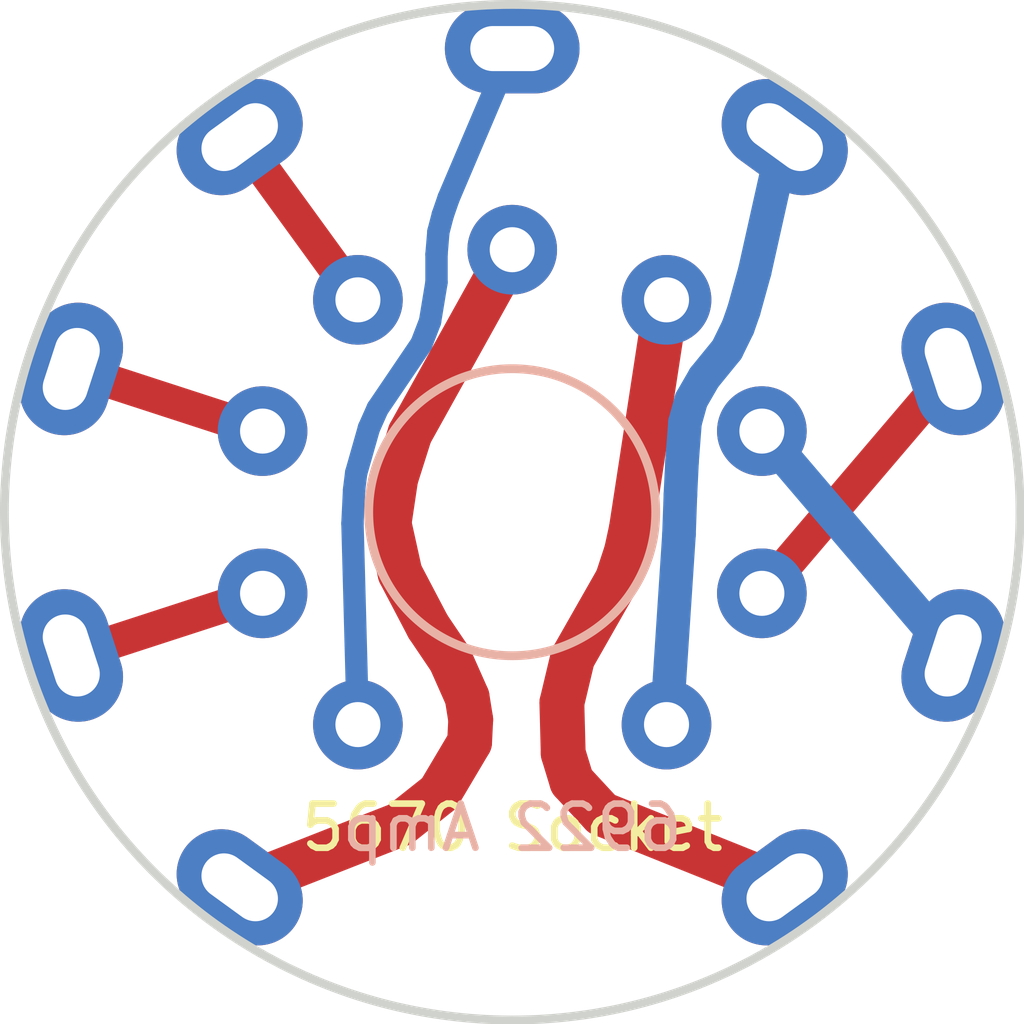
<source format=kicad_pcb>
(kicad_pcb (version 20171130) (host pcbnew "(5.0.2)-1")

  (general
    (thickness 1.6)
    (drawings 4)
    (tracks 50)
    (zones 0)
    (modules 2)
    (nets 10)
  )

  (page A4)
  (layers
    (0 F.Cu signal)
    (31 B.Cu signal)
    (32 B.Adhes user)
    (33 F.Adhes user)
    (34 B.Paste user)
    (35 F.Paste user)
    (36 B.SilkS user)
    (37 F.SilkS user)
    (38 B.Mask user)
    (39 F.Mask user)
    (40 Dwgs.User user)
    (41 Cmts.User user)
    (42 Eco1.User user)
    (43 Eco2.User user)
    (44 Edge.Cuts user)
    (45 Margin user)
    (46 B.CrtYd user)
    (47 F.CrtYd user)
    (48 B.Fab user)
    (49 F.Fab user)
  )

  (setup
    (last_trace_width 0.508)
    (trace_clearance 0.254)
    (zone_clearance 0.508)
    (zone_45_only no)
    (trace_min 0.2)
    (segment_width 0.2)
    (edge_width 0.15)
    (via_size 0.8)
    (via_drill 0.4)
    (via_min_size 0.4)
    (via_min_drill 0.3)
    (uvia_size 0.3)
    (uvia_drill 0.1)
    (uvias_allowed no)
    (uvia_min_size 0.2)
    (uvia_min_drill 0.1)
    (pcb_text_width 0.3)
    (pcb_text_size 1.5 1.5)
    (mod_edge_width 0.15)
    (mod_text_size 1 1)
    (mod_text_width 0.15)
    (pad_size 1.524 1.524)
    (pad_drill 0.762)
    (pad_to_mask_clearance 0.051)
    (solder_mask_min_width 0.25)
    (aux_axis_origin 0 0)
    (visible_elements FFFFFF7F)
    (pcbplotparams
      (layerselection 0x010f0_ffffffff)
      (usegerberextensions true)
      (usegerberattributes false)
      (usegerberadvancedattributes false)
      (creategerberjobfile false)
      (excludeedgelayer true)
      (linewidth 0.100000)
      (plotframeref false)
      (viasonmask false)
      (mode 1)
      (useauxorigin false)
      (hpglpennumber 1)
      (hpglpenspeed 20)
      (hpglpendiameter 15.000000)
      (psnegative false)
      (psa4output false)
      (plotreference true)
      (plotvalue true)
      (plotinvisibletext false)
      (padsonsilk false)
      (subtractmaskfromsilk true)
      (outputformat 1)
      (mirror false)
      (drillshape 0)
      (scaleselection 1)
      (outputdirectory "Gerber"))
  )

  (net 0 "")
  (net 1 Heater2)
  (net 2 Cathode1)
  (net 3 Grid1)
  (net 4 Plate1)
  (net 5 Shield)
  (net 6 Plate2)
  (net 7 Grid2)
  (net 8 Cathode2)
  (net 9 Heater1)

  (net_class Default "This is the default net class."
    (clearance 0.254)
    (trace_width 0.508)
    (via_dia 0.8)
    (via_drill 0.4)
    (uvia_dia 0.3)
    (uvia_drill 0.1)
    (add_net Cathode1)
    (add_net Cathode2)
    (add_net Grid1)
    (add_net Grid2)
    (add_net Heater1)
    (add_net Heater2)
    (add_net Plate1)
    (add_net Plate2)
    (add_net Shield)
  )

  (module locallib:VALVE-ECC-83-2 (layer F.Cu) (tedit 5CA41877) (tstamp 5CA4196F)
    (at 95.25 79.375)
    (descr "Valve ECC-83-2 flat pins")
    (tags "Valve ECC-83-2 flat pins")
    (path /5CA40FE1)
    (fp_text reference J1 (at 0 -8.128) (layer Dwgs.User)
      (effects (font (size 1 1) (thickness 0.15)))
    )
    (fp_text value 5670-Socket (at 0 6) (layer F.Fab)
      (effects (font (size 1 1) (thickness 0.15)))
    )
    (fp_circle (center 0 0) (end 3.5 0) (layer Dwgs.User) (width 0.15))
    (fp_circle (center 0 0) (end 10.5 0) (layer Dwgs.User) (width 0.15))
    (fp_text user %R (at 0 -7) (layer F.Fab)
      (effects (font (size 1 1) (thickness 0.15)))
    )
    (pad 1 thru_hole oval (at 6.171745 8.494678 306) (size 2.03 3.05) (drill oval 1.02 1.9) (layers *.Cu *.Mask)
      (net 9 Heater1))
    (pad 2 thru_hole oval (at 9.986093 3.244678 342) (size 2.03 3.05) (drill oval 1.02 1.9) (layers *.Cu *.Mask)
      (net 8 Cathode2))
    (pad 3 thru_hole oval (at 9.986093 -3.244678 18) (size 2.03 3.05) (drill oval 1.02 1.9) (layers *.Cu *.Mask)
      (net 7 Grid2))
    (pad 4 thru_hole oval (at 6.171745 -8.494678 54) (size 2.03 3.05) (drill oval 1.02 1.9) (layers *.Cu *.Mask)
      (net 6 Plate2))
    (pad 5 thru_hole oval (at 0 -10.5 90) (size 2.03 3.05) (drill oval 1.02 1.9) (layers *.Cu *.Mask)
      (net 5 Shield))
    (pad 6 thru_hole oval (at -6.171745 -8.494678 306) (size 2.03 3.05) (drill oval 1.02 1.9) (layers *.Cu *.Mask)
      (net 4 Plate1))
    (pad 7 thru_hole oval (at -9.986093 -3.244678 342) (size 2.03 3.05) (drill oval 1.02 1.9) (layers *.Cu *.Mask)
      (net 3 Grid1))
    (pad 8 thru_hole oval (at -9.986093 3.244678 18) (size 2.03 3.05) (drill oval 1.02 1.9) (layers *.Cu *.Mask)
      (net 2 Cathode1))
    (pad 9 thru_hole oval (at -6.171745 8.494678 54) (size 2.03 3.05) (drill oval 1.02 1.9) (layers *.Cu *.Mask)
      (net 1 Heater2))
    (pad "" np_thru_hole circle (at 0 0) (size 3.5 3.5) (drill 3.5) (layers *.Cu *.Mask))
    (model ${KISYS3DMOD}/Valves.3dshapes/VALVE-ECC-83-2.wrl
      (offset (xyz -3.555999946594238 4.825999927520752 0))
      (scale (xyz 1 1 1))
      (rotate (xyz 0 0 0))
    )
  )

  (module locallib:VALVE-ECC-83-1 (layer F.Cu) (tedit 5CA41874) (tstamp 5CA4197E)
    (at 95.25 79.375)
    (descr "Valve ECC-83-1 round pins")
    (tags "Valve ECC-83-1 round pins")
    (path /5CA4102E)
    (fp_text reference J2 (at 0 6) (layer Dwgs.User)
      (effects (font (size 1 1) (thickness 0.15)))
    )
    (fp_text value 6922-Pins (at 0 8) (layer F.Fab)
      (effects (font (size 1 1) (thickness 0.15)))
    )
    (fp_text user %R (at 0 6) (layer F.Fab)
      (effects (font (size 1 1) (thickness 0.15)))
    )
    (fp_circle (center 0 0) (end 5.945 0) (layer Dwgs.User) (width 0.15))
    (pad 9 thru_hole circle (at -3.494383 4.809606) (size 2.03 2.03) (drill 1.02) (layers *.Cu *.Mask)
      (net 5 Shield))
    (pad 8 thru_hole circle (at -5.654031 1.837106) (size 2.03 2.03) (drill 1.02) (layers *.Cu *.Mask)
      (net 2 Cathode1))
    (pad 7 thru_hole circle (at -5.654031 -1.837106) (size 2.03 2.03) (drill 1.02) (layers *.Cu *.Mask)
      (net 3 Grid1))
    (pad 6 thru_hole circle (at -3.494383 -4.809606) (size 2.03 2.03) (drill 1.02) (layers *.Cu *.Mask)
      (net 4 Plate1))
    (pad 5 thru_hole circle (at 0 -5.945) (size 2.03 2.03) (drill 1.02) (layers *.Cu *.Mask)
      (net 1 Heater2))
    (pad 4 thru_hole circle (at 3.494383 -4.809606) (size 2.03 2.03) (drill 1.02) (layers *.Cu *.Mask)
      (net 9 Heater1))
    (pad 3 thru_hole circle (at 5.654031 -1.837106) (size 2.03 2.03) (drill 1.02) (layers *.Cu *.Mask)
      (net 8 Cathode2))
    (pad 2 thru_hole circle (at 5.654031 1.837106) (size 2.03 2.03) (drill 1.02) (layers *.Cu *.Mask)
      (net 7 Grid2))
    (pad 1 thru_hole circle (at 3.494383 4.809606) (size 2.03 2.03) (drill 1.02) (layers *.Cu *.Mask)
      (net 6 Plate2))
    (model ${KISYS3DMOD}/Valves.3dshapes/VALVE-ECC-83-1.wrl
      (offset (xyz -3.555999946594238 4.825999927520752 0))
      (scale (xyz 1 1 1))
      (rotate (xyz 0 0 0))
    )
  )

  (gr_text "6922 Amp" (at 95.25 86.51875) (layer B.SilkS)
    (effects (font (size 1 1) (thickness 0.15)) (justify mirror))
  )
  (gr_text "5670 Socket" (at 95.25 86.51875) (layer F.SilkS)
    (effects (font (size 1 1) (thickness 0.15)))
  )
  (gr_circle (center 95.25 79.375) (end 98.5 79.375) (layer B.SilkS) (width 0.2))
  (gr_circle (center 95.25 79.375) (end 106.75 79.375) (layer Edge.Cuts) (width 0.2))

  (segment (start 92.933994 77.597) (end 95.25 73.43) (width 1.016) (layer F.Cu) (net 1))
  (segment (start 92.460355 79.629) (end 92.71 80.756592) (width 1.016) (layer F.Cu) (net 1))
  (segment (start 93.599 85.7377) (end 94.2848 84.582) (width 1.016) (layer F.Cu) (net 1))
  (segment (start 93.599 85.7377) (end 92.71 86.444047) (width 1.016) (layer F.Cu) (net 1))
  (segment (start 89.078255 87.869678) (end 92.71 86.444047) (width 1.016) (layer F.Cu) (net 1))
  (segment (start 92.71 80.756592) (end 93.345 81.966085) (width 1.016) (layer F.Cu) (net 1))
  (segment (start 92.460355 79.629) (end 92.612172 78.613) (width 1.016) (layer F.Cu) (net 1))
  (segment (start 92.933994 77.597) (end 92.612172 78.613) (width 1.016) (layer F.Cu) (net 1))
  (segment (start 94.3102 84.074) (end 94.2848 84.582) (width 1.016) (layer F.Cu) (net 1))
  (segment (start 93.853 82.718583) (end 94.228869 83.566) (width 1.016) (layer F.Cu) (net 1))
  (segment (start 94.228869 83.566) (end 94.3102 84.074) (width 1.016) (layer F.Cu) (net 1))
  (segment (start 93.345 81.966085) (end 93.853 82.718583) (width 1.016) (layer F.Cu) (net 1))
  (segment (start 89.595969 81.212106) (end 85.263907 82.619678) (width 0.762) (layer F.Cu) (net 2))
  (segment (start 89.595969 77.537894) (end 85.263907 76.130322) (width 0.762) (layer F.Cu) (net 3))
  (segment (start 91.755617 74.565394) (end 89.078255 70.880322) (width 0.762) (layer F.Cu) (net 4))
  (segment (start 91.716173 78.486) (end 92.00501 77.47) (width 0.508) (layer B.Cu) (net 5))
  (segment (start 92.00501 77.47) (end 92.202 77.027313) (width 0.508) (layer B.Cu) (net 5))
  (segment (start 92.202 77.027313) (end 93.192709 75.565) (width 0.508) (layer B.Cu) (net 5))
  (segment (start 93.5355 74.168) (end 93.38859 75.057) (width 0.508) (layer B.Cu) (net 5))
  (segment (start 93.38859 75.057) (end 93.192709 75.565) (width 0.508) (layer B.Cu) (net 5))
  (segment (start 93.577991 73.025) (end 93.5355 73.533) (width 0.508) (layer B.Cu) (net 5))
  (segment (start 93.5355 74.168) (end 93.5355 73.533) (width 0.508) (layer B.Cu) (net 5))
  (segment (start 91.669086 78.867) (end 91.632312 79.629) (width 0.508) (layer B.Cu) (net 5))
  (segment (start 91.755617 84.184606) (end 91.632312 79.629) (width 0.508) (layer B.Cu) (net 5))
  (segment (start 91.669086 78.867) (end 91.716173 78.486) (width 0.508) (layer B.Cu) (net 5))
  (segment (start 93.577991 73.025) (end 93.677243 72.644) (width 0.508) (layer B.Cu) (net 5))
  (segment (start 93.808459 72.263) (end 95.25 68.875) (width 0.508) (layer B.Cu) (net 5))
  (segment (start 93.677243 72.644) (end 93.808459 72.263) (width 0.508) (layer B.Cu) (net 5))
  (segment (start 98.744383 84.184606) (end 99.026664 79.883) (width 0.762) (layer B.Cu) (net 6))
  (segment (start 100.114841 75.692) (end 99.597494 76.327) (width 0.762) (layer B.Cu) (net 6))
  (segment (start 99.597494 76.327) (end 99.30435 76.835) (width 0.762) (layer B.Cu) (net 6))
  (segment (start 99.30435 76.835) (end 99.16286 77.343) (width 0.762) (layer B.Cu) (net 6))
  (segment (start 99.095347 78.232) (end 99.16286 77.343) (width 0.762) (layer B.Cu) (net 6))
  (segment (start 99.058741 78.994) (end 99.026664 79.883) (width 0.762) (layer B.Cu) (net 6))
  (segment (start 99.095347 78.232) (end 99.058741 78.994) (width 0.762) (layer B.Cu) (net 6))
  (segment (start 100.114841 75.692) (end 100.3633 75.184) (width 0.762) (layer B.Cu) (net 6))
  (segment (start 100.3633 75.184) (end 100.496473 74.803) (width 0.762) (layer B.Cu) (net 6))
  (segment (start 100.742793 73.914) (end 101.421745 70.880322) (width 0.762) (layer B.Cu) (net 6))
  (segment (start 100.496473 74.803) (end 100.742793 73.914) (width 0.762) (layer B.Cu) (net 6))
  (segment (start 100.904031 81.212106) (end 105.236093 76.130322) (width 0.762) (layer F.Cu) (net 7))
  (segment (start 105.236093 82.619678) (end 100.904031 77.537894) (width 0.762) (layer B.Cu) (net 8))
  (segment (start 98.744383 74.565394) (end 97.947029 79.756) (width 1.016) (layer F.Cu) (net 9))
  (segment (start 97.282 86.208694) (end 101.421745 87.869678) (width 1.016) (layer F.Cu) (net 9))
  (segment (start 97.282 86.208694) (end 96.598853 85.471) (width 1.016) (layer F.Cu) (net 9))
  (segment (start 97.947029 79.756) (end 97.837036 80.264) (width 1.016) (layer F.Cu) (net 9))
  (segment (start 97.628616 80.899) (end 97.837036 80.264) (width 1.016) (layer F.Cu) (net 9))
  (segment (start 96.405115 84.836) (end 96.598853 85.471) (width 1.016) (layer F.Cu) (net 9))
  (segment (start 96.374419 83.693) (end 96.405115 84.836) (width 1.016) (layer F.Cu) (net 9))
  (segment (start 96.374419 83.693) (end 96.61665 82.677) (width 1.016) (layer F.Cu) (net 9))
  (segment (start 97.628616 80.899) (end 96.61665 82.677) (width 1.016) (layer F.Cu) (net 9))

)

</source>
